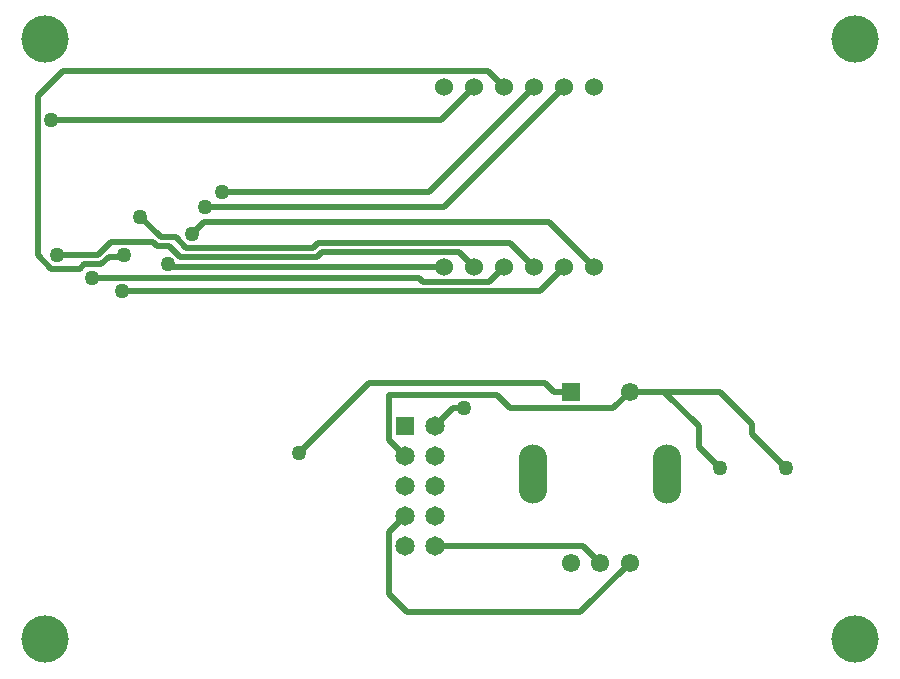
<source format=gbl>
G04*
G04 #@! TF.GenerationSoftware,Altium Limited,Altium Designer,23.2.1 (34)*
G04*
G04 Layer_Physical_Order=2*
G04 Layer_Color=16711680*
%FSLAX44Y44*%
%MOMM*%
G71*
G04*
G04 #@! TF.SameCoordinates,4E9E20A5-CFB6-4988-ACB7-F8E89E2D747F*
G04*
G04*
G04 #@! TF.FilePolarity,Positive*
G04*
G01*
G75*
%ADD21R,1.5500X1.5500*%
%ADD22C,1.5500*%
G04:AMPARAMS|DCode=23|XSize=2.4mm|YSize=5mm|CornerRadius=1.2mm|HoleSize=0mm|Usage=FLASHONLY|Rotation=0.000|XOffset=0mm|YOffset=0mm|HoleType=Round|Shape=RoundedRectangle|*
%AMROUNDEDRECTD23*
21,1,2.4000,2.6000,0,0,0.0*
21,1,0.0000,5.0000,0,0,0.0*
1,1,2.4000,0.0000,-1.3000*
1,1,2.4000,0.0000,-1.3000*
1,1,2.4000,0.0000,1.3000*
1,1,2.4000,0.0000,1.3000*
%
%ADD23ROUNDEDRECTD23*%
%ADD29C,0.5080*%
%ADD30R,1.6500X1.6500*%
%ADD31C,1.6500*%
%ADD32C,1.5240*%
%ADD33C,4.0000*%
%ADD34C,1.2700*%
D21*
X470300Y235100D02*
D03*
D22*
X520300D02*
D03*
X470300Y90100D02*
D03*
X495300D02*
D03*
X520300D02*
D03*
D23*
X438300Y165100D02*
D03*
X552300D02*
D03*
D29*
X578824Y188256D02*
Y205782D01*
Y188256D02*
X596900Y170180D01*
X549506Y235100D02*
X578824Y205782D01*
X624110Y198850D02*
X652780Y170180D01*
X624110Y198850D02*
Y207888D01*
X596898Y235100D02*
X624110Y207888D01*
X19050Y350866D02*
Y484886D01*
X30826Y339090D02*
X54768D01*
X58324Y342646D02*
X73081D01*
X79497Y349062D01*
X19050Y350866D02*
X30826Y339090D01*
X35560Y350520D02*
X70178D01*
X79497Y349062D02*
X90744D01*
X70178Y350520D02*
X81608Y361950D01*
X90744Y349062D02*
X92202Y350520D01*
X54768Y339090D02*
X58324Y342646D01*
X65278Y331216D02*
X342138D01*
X256319Y360680D02*
X419100D01*
X116478Y361950D02*
X120542Y357886D01*
X130718D02*
X139354Y349250D01*
X255665D01*
X259475Y353060D01*
X419100Y360680D02*
X439420Y340360D01*
X145126Y356870D02*
X252509D01*
X136489Y365506D02*
X145126Y356870D01*
X149860Y368300D02*
X160020Y378460D01*
X375920Y353060D02*
X388620Y340360D01*
X252509Y356870D02*
X256319Y360680D01*
X259475Y353060D02*
X375920D01*
X81608Y361950D02*
X116478D01*
X160020Y378460D02*
X452120D01*
X120542Y357886D02*
X130718D01*
X123698Y365506D02*
X136489D01*
X106172Y383032D02*
X123698Y365506D01*
X131602Y342900D02*
X134142Y340360D01*
X129540Y342900D02*
X131602D01*
X134142Y340360D02*
X363220D01*
X360680Y464820D02*
X388620Y492760D01*
X19050Y484886D02*
X40894Y506730D01*
X30480Y464820D02*
X360680D01*
X40894Y506730D02*
X400050D01*
X175260Y403860D02*
X350520D01*
X549506Y235100D02*
X596898D01*
X520300D02*
X549506D01*
X452120Y378460D02*
X490220Y340360D01*
X350520Y403860D02*
X439420Y492760D01*
X355600Y205740D02*
X370840Y220980D01*
X380492D01*
X363220Y391160D02*
X464820Y492760D01*
X161036Y391160D02*
X363220D01*
X316738Y193802D02*
X330200Y180340D01*
X316738Y193802D02*
Y231902D01*
X317246Y232410D01*
X408178D01*
X419354Y221234D01*
X506434D01*
X520300Y235100D01*
X90932Y319786D02*
X444246D01*
X464820Y340360D01*
X342138Y331216D02*
X345694Y327660D01*
X401320D01*
X414020Y340360D01*
X400050Y506730D02*
X414020Y492760D01*
X355600Y104140D02*
X481260D01*
X495300Y90100D01*
X240284Y183134D02*
X299720Y242570D01*
X448714D01*
X456184Y235100D01*
X470300D01*
X478206Y48006D02*
X520300Y90100D01*
X332232Y48006D02*
X478206D01*
X316738Y63500D02*
X332232Y48006D01*
X316738Y63500D02*
Y116078D01*
X330200Y129540D01*
D30*
Y205740D02*
D03*
D31*
X355600D02*
D03*
X330200Y180340D02*
D03*
X355600D02*
D03*
X330200Y154940D02*
D03*
X355600D02*
D03*
X330200Y129540D02*
D03*
X355600D02*
D03*
X330200Y104140D02*
D03*
X355600D02*
D03*
D32*
X363220Y492760D02*
D03*
X388620D02*
D03*
X414020D02*
D03*
X439420D02*
D03*
X464820D02*
D03*
X490220D02*
D03*
Y340360D02*
D03*
X464820D02*
D03*
X439420D02*
D03*
X414020D02*
D03*
X388620D02*
D03*
X363220D02*
D03*
D33*
X25400Y25400D02*
D03*
X711200D02*
D03*
Y533400D02*
D03*
X25400D02*
D03*
D34*
X596900Y170180D02*
D03*
X652780D02*
D03*
X35560Y350520D02*
D03*
X65278Y331216D02*
D03*
X149860Y368300D02*
D03*
X129540Y342900D02*
D03*
X30480Y464820D02*
D03*
X175260Y403860D02*
D03*
X380492Y220980D02*
D03*
X161036Y391160D02*
D03*
X90932Y319786D02*
D03*
X106172Y383032D02*
D03*
X92202Y350520D02*
D03*
X240284Y183134D02*
D03*
M02*

</source>
